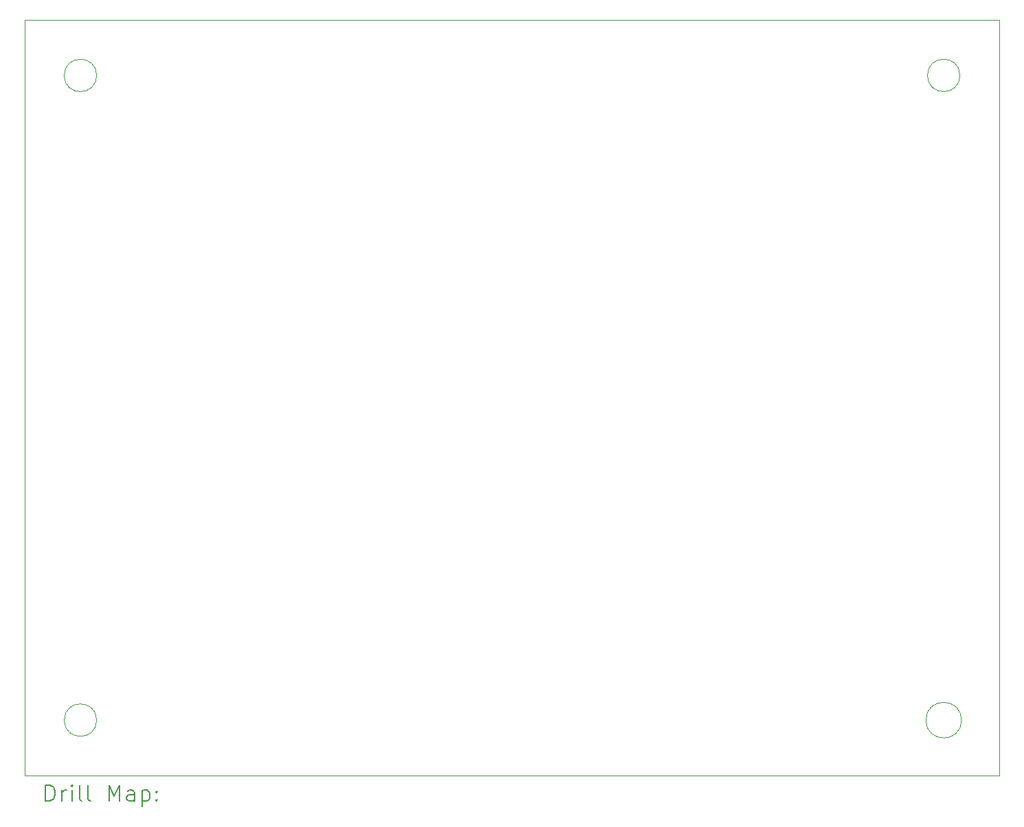
<source format=gbr>
%TF.GenerationSoftware,KiCad,Pcbnew,8.0.1*%
%TF.CreationDate,2024-04-23T21:20:53-07:00*%
%TF.ProjectId,FanSystem,46616e53-7973-4746-956d-2e6b69636164,1*%
%TF.SameCoordinates,Original*%
%TF.FileFunction,Drillmap*%
%TF.FilePolarity,Positive*%
%FSLAX45Y45*%
G04 Gerber Fmt 4.5, Leading zero omitted, Abs format (unit mm)*
G04 Created by KiCad (PCBNEW 8.0.1) date 2024-04-23 21:20:53*
%MOMM*%
%LPD*%
G01*
G04 APERTURE LIST*
%ADD10C,0.100000*%
%ADD11C,0.200000*%
G04 APERTURE END LIST*
D10*
X7188200Y-5892800D02*
X19202400Y-5892800D01*
X19202400Y-15214600D01*
X7188200Y-15214600D01*
X7188200Y-5892800D01*
X8074000Y-14532400D02*
G75*
G02*
X7674000Y-14532400I-200000J0D01*
G01*
X7674000Y-14532400D02*
G75*
G02*
X8074000Y-14532400I200000J0D01*
G01*
X18716600Y-6578600D02*
G75*
G02*
X18316600Y-6578600I-200000J0D01*
G01*
X18316600Y-6578600D02*
G75*
G02*
X18716600Y-6578600I200000J0D01*
G01*
X8074000Y-6578600D02*
G75*
G02*
X7674000Y-6578600I-200000J0D01*
G01*
X7674000Y-6578600D02*
G75*
G02*
X8074000Y-6578600I200000J0D01*
G01*
X18736600Y-14532400D02*
G75*
G02*
X18296600Y-14532400I-220000J0D01*
G01*
X18296600Y-14532400D02*
G75*
G02*
X18736600Y-14532400I220000J0D01*
G01*
D11*
X7443977Y-15531084D02*
X7443977Y-15331084D01*
X7443977Y-15331084D02*
X7491596Y-15331084D01*
X7491596Y-15331084D02*
X7520167Y-15340608D01*
X7520167Y-15340608D02*
X7539215Y-15359655D01*
X7539215Y-15359655D02*
X7548739Y-15378703D01*
X7548739Y-15378703D02*
X7558262Y-15416798D01*
X7558262Y-15416798D02*
X7558262Y-15445369D01*
X7558262Y-15445369D02*
X7548739Y-15483465D01*
X7548739Y-15483465D02*
X7539215Y-15502512D01*
X7539215Y-15502512D02*
X7520167Y-15521560D01*
X7520167Y-15521560D02*
X7491596Y-15531084D01*
X7491596Y-15531084D02*
X7443977Y-15531084D01*
X7643977Y-15531084D02*
X7643977Y-15397750D01*
X7643977Y-15435846D02*
X7653501Y-15416798D01*
X7653501Y-15416798D02*
X7663024Y-15407274D01*
X7663024Y-15407274D02*
X7682072Y-15397750D01*
X7682072Y-15397750D02*
X7701120Y-15397750D01*
X7767786Y-15531084D02*
X7767786Y-15397750D01*
X7767786Y-15331084D02*
X7758262Y-15340608D01*
X7758262Y-15340608D02*
X7767786Y-15350131D01*
X7767786Y-15350131D02*
X7777310Y-15340608D01*
X7777310Y-15340608D02*
X7767786Y-15331084D01*
X7767786Y-15331084D02*
X7767786Y-15350131D01*
X7891596Y-15531084D02*
X7872548Y-15521560D01*
X7872548Y-15521560D02*
X7863024Y-15502512D01*
X7863024Y-15502512D02*
X7863024Y-15331084D01*
X7996358Y-15531084D02*
X7977310Y-15521560D01*
X7977310Y-15521560D02*
X7967786Y-15502512D01*
X7967786Y-15502512D02*
X7967786Y-15331084D01*
X8224929Y-15531084D02*
X8224929Y-15331084D01*
X8224929Y-15331084D02*
X8291596Y-15473941D01*
X8291596Y-15473941D02*
X8358262Y-15331084D01*
X8358262Y-15331084D02*
X8358262Y-15531084D01*
X8539215Y-15531084D02*
X8539215Y-15426322D01*
X8539215Y-15426322D02*
X8529691Y-15407274D01*
X8529691Y-15407274D02*
X8510644Y-15397750D01*
X8510644Y-15397750D02*
X8472548Y-15397750D01*
X8472548Y-15397750D02*
X8453501Y-15407274D01*
X8539215Y-15521560D02*
X8520167Y-15531084D01*
X8520167Y-15531084D02*
X8472548Y-15531084D01*
X8472548Y-15531084D02*
X8453501Y-15521560D01*
X8453501Y-15521560D02*
X8443977Y-15502512D01*
X8443977Y-15502512D02*
X8443977Y-15483465D01*
X8443977Y-15483465D02*
X8453501Y-15464417D01*
X8453501Y-15464417D02*
X8472548Y-15454893D01*
X8472548Y-15454893D02*
X8520167Y-15454893D01*
X8520167Y-15454893D02*
X8539215Y-15445369D01*
X8634453Y-15397750D02*
X8634453Y-15597750D01*
X8634453Y-15407274D02*
X8653501Y-15397750D01*
X8653501Y-15397750D02*
X8691596Y-15397750D01*
X8691596Y-15397750D02*
X8710644Y-15407274D01*
X8710644Y-15407274D02*
X8720167Y-15416798D01*
X8720167Y-15416798D02*
X8729691Y-15435846D01*
X8729691Y-15435846D02*
X8729691Y-15492988D01*
X8729691Y-15492988D02*
X8720167Y-15512036D01*
X8720167Y-15512036D02*
X8710644Y-15521560D01*
X8710644Y-15521560D02*
X8691596Y-15531084D01*
X8691596Y-15531084D02*
X8653501Y-15531084D01*
X8653501Y-15531084D02*
X8634453Y-15521560D01*
X8815405Y-15512036D02*
X8824929Y-15521560D01*
X8824929Y-15521560D02*
X8815405Y-15531084D01*
X8815405Y-15531084D02*
X8805882Y-15521560D01*
X8805882Y-15521560D02*
X8815405Y-15512036D01*
X8815405Y-15512036D02*
X8815405Y-15531084D01*
X8815405Y-15407274D02*
X8824929Y-15416798D01*
X8824929Y-15416798D02*
X8815405Y-15426322D01*
X8815405Y-15426322D02*
X8805882Y-15416798D01*
X8805882Y-15416798D02*
X8815405Y-15407274D01*
X8815405Y-15407274D02*
X8815405Y-15426322D01*
M02*

</source>
